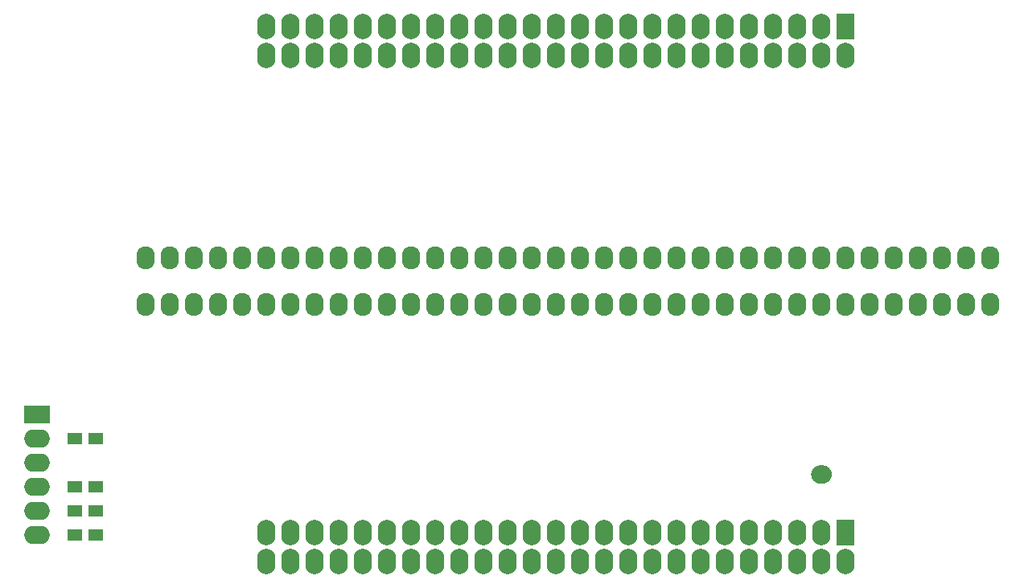
<source format=gbs>
G04 #@! TF.FileFunction,Soldermask,Bot*
%FSLAX46Y46*%
G04 Gerber Fmt 4.6, Leading zero omitted, Abs format (unit mm)*
G04 Created by KiCad (PCBNEW 4.0.1-stable) date 1/13/2016 10:16:52 PM*
%MOMM*%
G01*
G04 APERTURE LIST*
%ADD10C,0.100000*%
%ADD11C,0.150000*%
%ADD12R,1.924000X2.686000*%
%ADD13O,1.924000X2.686000*%
%ADD14R,2.686000X1.924000*%
%ADD15O,2.686000X1.924000*%
%ADD16O,1.924000X2.432000*%
%ADD17R,1.600000X1.300000*%
G04 APERTURE END LIST*
D10*
D11*
X178943000Y-113411000D02*
X179197000Y-113411000D01*
X178943000Y-115189000D02*
X179197000Y-115189000D01*
X179070000Y-113411000D02*
X179070000Y-115189000D01*
X179959000Y-113982500D02*
X179959000Y-114681000D01*
X179705000Y-114998500D02*
X179705000Y-113601500D01*
X179578000Y-113538000D02*
X179578000Y-115062000D01*
X179451000Y-115125500D02*
X179451000Y-113474500D01*
X179324000Y-113474500D02*
X179324000Y-115125500D01*
X179197000Y-115189000D02*
X179197000Y-113411000D01*
X179197000Y-113411000D02*
G75*
G02X180086000Y-114300000I0J-889000D01*
G01*
X180086000Y-114300000D02*
G75*
G02X179197000Y-115189000I-889000J0D01*
G01*
X178181000Y-114681000D02*
X178181000Y-113919000D01*
X178435000Y-113601500D02*
X178435000Y-114998500D01*
X178562000Y-115062000D02*
X178562000Y-113538000D01*
X178689000Y-113474500D02*
X178689000Y-115125500D01*
X178816000Y-115125500D02*
X178816000Y-113474500D01*
X178943000Y-115189000D02*
X178943000Y-113411000D01*
X178054000Y-114300000D02*
G75*
G02X178943000Y-113411000I889000J0D01*
G01*
X178943000Y-115189000D02*
G75*
G02X178054000Y-114300000I0J889000D01*
G01*
D12*
X181610000Y-67056000D03*
D13*
X179070000Y-67056000D03*
X176530000Y-67056000D03*
X173990000Y-67056000D03*
X171450000Y-67056000D03*
X168910000Y-67056000D03*
X166370000Y-67056000D03*
X163830000Y-67056000D03*
X161290000Y-67056000D03*
X158750000Y-67056000D03*
X156210000Y-67056000D03*
X153670000Y-67056000D03*
X151130000Y-67056000D03*
X148590000Y-67056000D03*
X146050000Y-67056000D03*
X143510000Y-67056000D03*
X140970000Y-67056000D03*
X138430000Y-67056000D03*
X135890000Y-67056000D03*
X133350000Y-67056000D03*
X130810000Y-67056000D03*
X128270000Y-67056000D03*
X125730000Y-67056000D03*
X123190000Y-67056000D03*
X181610000Y-70104000D03*
X179070000Y-70104000D03*
X176530000Y-70104000D03*
X173990000Y-70104000D03*
X171450000Y-70104000D03*
X168910000Y-70104000D03*
X166370000Y-70104000D03*
X163830000Y-70104000D03*
X161290000Y-70104000D03*
X158750000Y-70104000D03*
X156210000Y-70104000D03*
X153670000Y-70104000D03*
X151130000Y-70104000D03*
X148590000Y-70104000D03*
X146050000Y-70104000D03*
X143510000Y-70104000D03*
X140970000Y-70104000D03*
X138430000Y-70104000D03*
X135890000Y-70104000D03*
X133350000Y-70104000D03*
X130810000Y-70104000D03*
X128270000Y-70104000D03*
X125730000Y-70104000D03*
X123190000Y-70104000D03*
X120650000Y-67056000D03*
X120650000Y-70104000D03*
D12*
X181610000Y-120396000D03*
D13*
X179070000Y-120396000D03*
X176530000Y-120396000D03*
X173990000Y-120396000D03*
X171450000Y-120396000D03*
X168910000Y-120396000D03*
X166370000Y-120396000D03*
X163830000Y-120396000D03*
X161290000Y-120396000D03*
X158750000Y-120396000D03*
X156210000Y-120396000D03*
X153670000Y-120396000D03*
X151130000Y-120396000D03*
X148590000Y-120396000D03*
X146050000Y-120396000D03*
X143510000Y-120396000D03*
X140970000Y-120396000D03*
X138430000Y-120396000D03*
X135890000Y-120396000D03*
X133350000Y-120396000D03*
X130810000Y-120396000D03*
X128270000Y-120396000D03*
X125730000Y-120396000D03*
X123190000Y-120396000D03*
X181610000Y-123444000D03*
X179070000Y-123444000D03*
X176530000Y-123444000D03*
X173990000Y-123444000D03*
X171450000Y-123444000D03*
X168910000Y-123444000D03*
X166370000Y-123444000D03*
X163830000Y-123444000D03*
X161290000Y-123444000D03*
X158750000Y-123444000D03*
X156210000Y-123444000D03*
X153670000Y-123444000D03*
X151130000Y-123444000D03*
X148590000Y-123444000D03*
X146050000Y-123444000D03*
X143510000Y-123444000D03*
X140970000Y-123444000D03*
X138430000Y-123444000D03*
X135890000Y-123444000D03*
X133350000Y-123444000D03*
X130810000Y-123444000D03*
X128270000Y-123444000D03*
X125730000Y-123444000D03*
X123190000Y-123444000D03*
X120650000Y-120396000D03*
X120650000Y-123444000D03*
D14*
X96520000Y-107950000D03*
D15*
X96520000Y-110490000D03*
X96520000Y-113030000D03*
X96520000Y-115570000D03*
X96520000Y-118110000D03*
X96520000Y-120650000D03*
D16*
X107950000Y-91490800D03*
X107950000Y-96342200D03*
X110490000Y-91490800D03*
X110490000Y-96342200D03*
X113030000Y-91490800D03*
X113030000Y-96342200D03*
X115570000Y-91490800D03*
X115570000Y-96342200D03*
X118110000Y-91490800D03*
X118110000Y-96342200D03*
X120650000Y-91490800D03*
X120650000Y-96342200D03*
X123190000Y-91490800D03*
X123190000Y-96342200D03*
X125730000Y-91490800D03*
X125730000Y-96342200D03*
X128270000Y-91490800D03*
X128270000Y-96342200D03*
X130810000Y-91490800D03*
X130810000Y-96342200D03*
X133350000Y-91490800D03*
X133350000Y-96342200D03*
X135890000Y-91490800D03*
X135890000Y-96342200D03*
X138430000Y-91490800D03*
X138430000Y-96342200D03*
X140970000Y-91490800D03*
X140970000Y-96342200D03*
X143510000Y-91490800D03*
X143510000Y-96342200D03*
X146050000Y-91490800D03*
X146050000Y-96342200D03*
X148590000Y-91490800D03*
X148590000Y-96342200D03*
X151130000Y-91490800D03*
X151130000Y-96342200D03*
X153670000Y-91440000D03*
X153670000Y-96342200D03*
X156210000Y-91440000D03*
X156210000Y-96342200D03*
X158750000Y-91440000D03*
X158750000Y-96342200D03*
X161290000Y-91440000D03*
X161290000Y-96342200D03*
X163830000Y-91440000D03*
X163830000Y-96342200D03*
X166370000Y-91440000D03*
X166370000Y-96342200D03*
X168910000Y-91440000D03*
X168910000Y-96342200D03*
X171450000Y-91440000D03*
X171450000Y-96342200D03*
X173990000Y-91440000D03*
X173990000Y-96342200D03*
X176530000Y-91440000D03*
X176530000Y-96342200D03*
X179070000Y-91440000D03*
X179070000Y-96342200D03*
X181610000Y-91440000D03*
X181610000Y-96342200D03*
X184150000Y-91440000D03*
X184150000Y-96342200D03*
X186690000Y-91440000D03*
X186690000Y-96342200D03*
X189230000Y-91440000D03*
X189230000Y-96342200D03*
X191770000Y-91440000D03*
X191770000Y-96342200D03*
X194310000Y-91440000D03*
X194310000Y-96342200D03*
X196850000Y-91440000D03*
X196850000Y-96342200D03*
D17*
X102700000Y-110490000D03*
X100500000Y-110490000D03*
X102700000Y-115570000D03*
X100500000Y-115570000D03*
X102700000Y-118110000D03*
X100500000Y-118110000D03*
X102700000Y-120650000D03*
X100500000Y-120650000D03*
D10*
G36*
X178970000Y-113650000D02*
X178970000Y-114950000D01*
X178170000Y-114850000D01*
X178170000Y-113750000D01*
X178970000Y-113650000D01*
X178970000Y-113650000D01*
G37*
G36*
X179170000Y-114950000D02*
X179170000Y-113650000D01*
X179970000Y-113750000D01*
X179970000Y-114850000D01*
X179170000Y-114950000D01*
X179170000Y-114950000D01*
G37*
M02*

</source>
